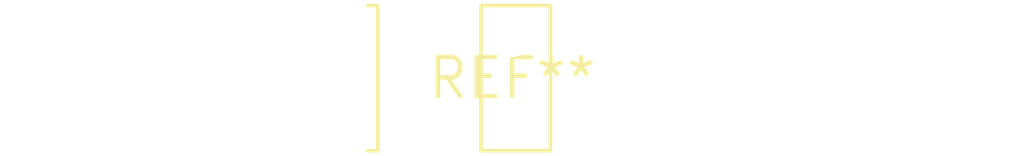
<source format=kicad_pcb>
(kicad_pcb (version 20240108) (generator pcbnew)
  (layers (0 "F.Cu" signal) (31 "B.Cu" signal) (34 "B.Paste" user) (35 "F.Paste" user) (36 "B.SilkS" user "B.Silkscreen") (37 "F.SilkS" user "F.Silkscreen") (38 "B.Mask" user) (39 "F.Mask" user) (44 "Edge.Cuts" user))
  (net 0 "")
  (footprint "Lightpipe_Bivar_SLP3-150-100-F" (layer "F.Cu") (at 0 0)
    (property "Reference" "REF**")
    (property "Value" "Lightpipe_Bivar_SLP3-150-100-F")
    (fp_line (start -4.707 -2.3606) (end -4.3704 -2.3606) (layer "F.SilkS") (stroke (width 0.12)))
    (fp_line (start -4.3704 -2.3606) (end -4.3704 2.3606) (layer "F.SilkS") (stroke (width 0.12)))
    (fp_line (start -4.3704 2.3606) (end -4.707 2.3606) (layer "F.SilkS") (stroke (width 0.12)))
    (fp_rect (start -1.0144 2.3606) (end 1.243 -2.3606) (layer "F.SilkS") (stroke (width 0.12)) (fill none))
    (pad "" np_thru_hole circle (at 0 -1.27) (size 1.1684 1.1684) (drill 1.1684) (layers F&B.Cu *.Mask))
    (pad "" np_thru_hole circle (at 0 1.27) (size 1.1684 1.1684) (drill 1.1684) (layers F&B.Cu *.Mask))
  )
)
</source>
